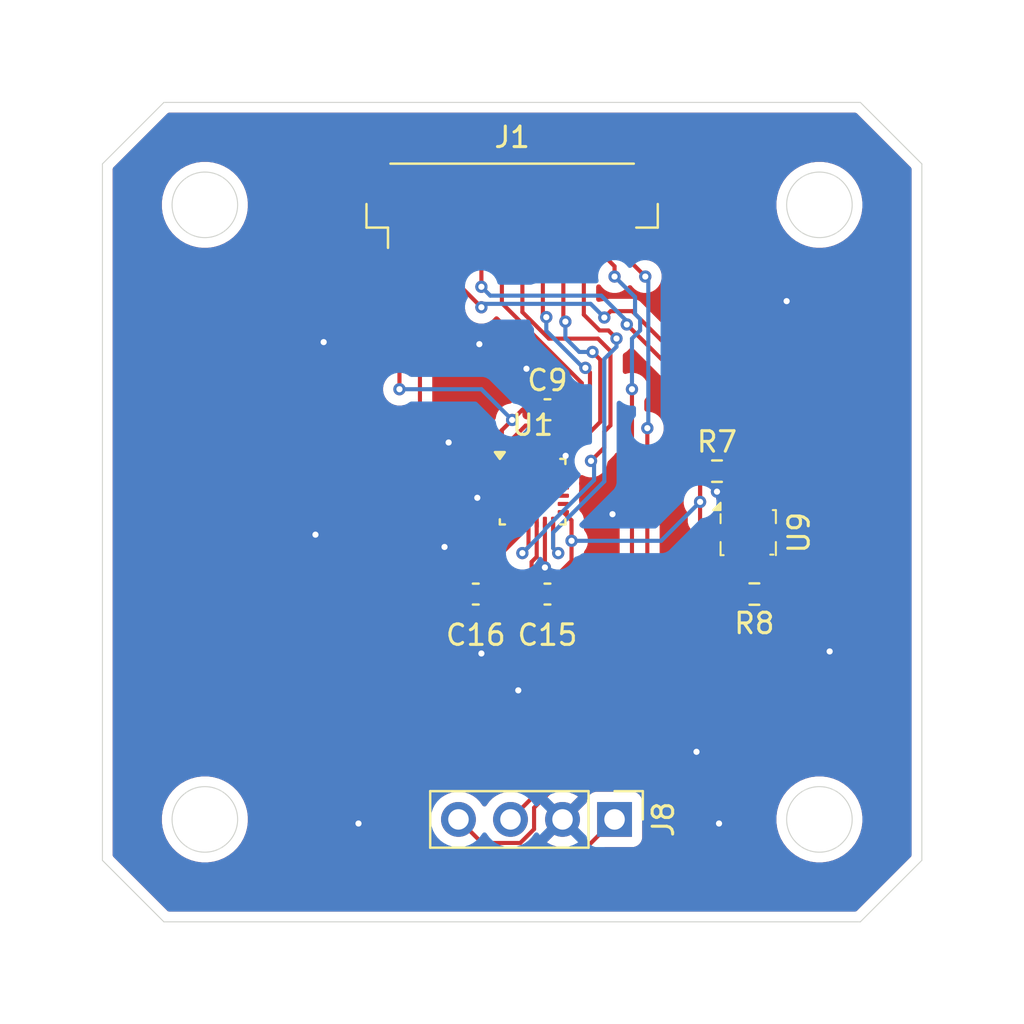
<source format=kicad_pcb>
(kicad_pcb (version 20241229) (generator "pcbnew") (generator_version "9.0")
  (layers (0 "F.Cu" signal) (2 "B.Cu" signal) (13 "F.Paste" user) (15 "B.Paste" user) (5 "F.SilkS" user "F.Silkscreen") (7 "B.SilkS" user "B.Silkscreen") (1 "F.Mask" user) (3 "B.Mask" user) (25 "Edge.Cuts" user))
  (net 0 "")
  (net 1 "+3.3V")
  (net 2 "GND")
  (net 3 "Net-(U1-REGOUT)")
  (net 4 "+5V")
  (net 5 "UART_TX")
  (net 6 "SDA")
  (net 7 "MISO")
  (net 8 "CS1")
  (net 9 "SCL")
  (net 10 "UART_RX")
  (net 11 "SCK")
  (net 12 "INT")
  (net 13 "MOSI")
  (net 14 "Net-(U9-CSB)")
  (net 15 "Net-(U9-SDO)")
  (footprint "Connector_PinHeader_2.54mm:PinHeader_1x04_P2.54mm_Vertical" (layer "F.Cu") (at 120 70 -90)
    (property "Reference" "J8" (at 0 -2.38 90) (layer "F.SilkS"))
    (property "Value" "Conn_01x04")
    (fp_line (start -1.38 9) (end 1.38 9) (stroke (width 0.12)) (layer "F.SilkS"))
    (fp_line (start -1.38 1.27) (end -1.38 9) (stroke (width 0.12)) (layer "F.SilkS"))
    (fp_line (start -1.38 1.27) (end 1.38 1.27) (stroke (width 0.12)) (layer "F.SilkS"))
    (fp_line (start 1.38 1.27) (end 1.38 9) (stroke (width 0.12)) (layer "F.SilkS"))
    (fp_line (start -1.38 0) (end -1.38 -1.38) (stroke (width 0.12)) (layer "F.SilkS"))
    (fp_line (start -1.38 -1.38) (end 0 -1.38) (stroke (width 0.12)) (layer "F.SilkS"))
    (pad "1" thru_hole rect (at 0 0 270) (size 1.7 1.7) (drill 1) (layers "*.Cu" "*.Mask") (net 4 "+5V"))
    (pad "2" thru_hole circle (at 0 2.54 270) (size 1.7 1.7) (drill 1) (layers "*.Cu" "*.Mask") (net 2 "GND"))
    (pad "3" thru_hole circle (at 0 5.08 270) (size 1.7 1.7) (drill 1) (layers "*.Cu" "*.Mask") (net 5 "UART_TX"))
    (pad "4" thru_hole circle (at 0 7.62 270) (size 1.7 1.7) (drill 1) (layers "*.Cu" "*.Mask") (net 10 "UART_RX"))
  )
  (footprint "Sensor_Motion:InvenSense_QFN-24_3x3mm_P0.4mm" (layer "F.Cu") (at 116 54)
    (property "Reference" "U1" (at 0 -3.25 0) (layer "F.SilkS"))
    (property "Value" "MPU-9250")
    (fp_line (start -1.6 1.6) (end -1.6 1.35) (stroke (width 0.12)) (layer "F.SilkS"))
    (fp_line (start -1.6 1.6) (end -1.35 1.6) (stroke (width 0.12)) (layer "F.SilkS"))
    (fp_line (start 1.6 -1.6) (end 1.35 -1.6) (stroke (width 0.12)) (layer "F.SilkS"))
    (fp_line (start 1.6 -1.6) (end 1.6 -1.35) (stroke (width 0.12)) (layer "F.SilkS"))
    (fp_line (start 1.6 1.6) (end 1.35 1.6) (stroke (width 0.12)) (layer "F.SilkS"))
    (fp_line (start 1.6 1.6) (end 1.6 1.35) (stroke (width 0.12)) (layer "F.SilkS"))
    (fp_poly (pts (xy -1.6 -1.6) (xy -1.84 -1.93) (xy -1.36 -1.93) (xy -1.6 -1.6)) (stroke (width 0.12)) (fill yes) (layer "F.SilkS"))
    (pad "1" smd roundrect (at -1.5 -1) (size 0.55 0.2) (layers "F.Cu" "F.Mask" "F.Paste") (net 1 "+3.3V"))
    (pad "2" smd roundrect (at -1.5 -0.6) (size 0.55 0.2) (layers "F.Cu" "F.Mask" "F.Paste"))
    (pad "3" smd roundrect (at -1.5 -0.2) (size 0.55 0.2) (layers "F.Cu" "F.Mask" "F.Paste"))
    (pad "4" smd roundrect (at -1.5 0.2) (size 0.55 0.2) (layers "F.Cu" "F.Mask" "F.Paste"))
    (pad "5" smd roundrect (at -1.5 0.6) (size 0.55 0.2) (layers "F.Cu" "F.Mask" "F.Paste"))
    (pad "6" smd roundrect (at -1.5 1) (size 0.55 0.2) (layers "F.Cu" "F.Mask" "F.Paste"))
    (pad "7" smd roundrect (at -1 1.5 90) (size 0.55 0.2) (layers "F.Cu" "F.Mask" "F.Paste"))
    (pad "8" smd roundrect (at -0.6 1.5 90) (size 0.55 0.2) (layers "F.Cu" "F.Mask" "F.Paste") (net 1 "+3.3V"))
    (pad "9" smd roundrect (at -0.2 1.5 90) (size 0.55 0.2) (layers "F.Cu" "F.Mask" "F.Paste") (net 7 "MISO"))
    (pad "10" smd roundrect (at 0.2 1.5 90) (size 0.55 0.2) (layers "F.Cu" "F.Mask" "F.Paste") (net 3 "Net-(U1-REGOUT)"))
    (pad "11" smd roundrect (at 0.6 1.5 90) (size 0.55 0.2) (layers "F.Cu" "F.Mask" "F.Paste") (net 2 "GND"))
    (pad "12" smd roundrect (at 1 1.5 90) (size 0.55 0.2) (layers "F.Cu" "F.Mask" "F.Paste") (net 12 "INT"))
    (pad "13" smd roundrect (at 1.5 1) (size 0.55 0.2) (layers "F.Cu" "F.Mask" "F.Paste") (net 1 "+3.3V"))
    (pad "14" smd roundrect (at 1.5 0.6) (size 0.55 0.2) (layers "F.Cu" "F.Mask" "F.Paste"))
    (pad "15" smd roundrect (at 1.5 0.2) (size 0.55 0.2) (layers "F.Cu" "F.Mask" "F.Paste"))
    (pad "16" smd roundrect (at 1.5 -0.2) (size 0.55 0.2) (layers "F.Cu" "F.Mask" "F.Paste"))
    (pad "17" smd roundrect (at 1.5 -0.6) (size 0.55 0.2) (layers "F.Cu" "F.Mask" "F.Paste"))
    (pad "18" smd roundrect (at 1.5 -1) (size 0.55 0.2) (layers "F.Cu" "F.Mask" "F.Paste") (net 2 "GND"))
    (pad "19" smd roundrect (at 1 -1.5 90) (size 0.55 0.2) (layers "F.Cu" "F.Mask" "F.Paste"))
    (pad "20" smd roundrect (at 0.6 -1.5 90) (size 0.55 0.2) (layers "F.Cu" "F.Mask" "F.Paste") (net 2 "GND"))
    (pad "21" smd roundrect (at 0.2 -1.5 90) (size 0.55 0.2) (layers "F.Cu" "F.Mask" "F.Paste"))
    (pad "22" smd roundrect (at -0.2 -1.5 90) (size 0.55 0.2) (layers "F.Cu" "F.Mask" "F.Paste") (net 8 "CS1"))
    (pad "23" smd roundrect (at -0.6 -1.5 90) (size 0.55 0.2) (layers "F.Cu" "F.Mask" "F.Paste") (net 11 "SCK"))
    (pad "24" smd roundrect (at -1 -1.5 90) (size 0.55 0.2) (layers "F.Cu" "F.Mask" "F.Paste") (net 13 "MOSI"))
    (zone (net 0) (net_name "") (layer "F.Cu") (connect_pads (clearance 0)) (min_thickness 0.254)
      (keepout (tracks not_allowed) (vias not_allowed) (pads not_allowed) (copperpour not_allowed) (footprints allowed))
      (fill (thermal_gap 0.508) (thermal_bridge_width 0.508))
      (polygon (pts (xy 115.125 53.205) (xy 116.875 53.205) (xy 116.875 54.795) (xy 115.125 54.795)))
    )
  )
  (footprint "Capacitor_SMD:C_0603_1608Metric" (layer "F.Cu") (at 116.725 59)
    (property "Reference" "C15" (at 0 2 0) (layer "F.SilkS"))
    (property "Value" "C")
    (fp_line (start -0.14058 -0.51) (end 0.14058 -0.51) (stroke (width 0.12)) (layer "F.SilkS"))
    (fp_line (start -0.14058 0.51) (end 0.14058 0.51) (stroke (width 0.12)) (layer "F.SilkS"))
    (pad "1" smd roundrect (at -0.775 0) (size 0.9 0.95) (layers "F.Cu" "F.Mask" "F.Paste") (net 3 "Net-(U1-REGOUT)"))
    (pad "2" smd roundrect (at 0.775 0) (size 0.9 0.95) (layers "F.Cu" "F.Mask" "F.Paste") (net 2 "GND"))
  )
  (footprint "Capacitor_SMD:C_0603_1608Metric" (layer "F.Cu") (at 116.725 50)
    (property "Reference" "C9" (at 0 -1.43 0) (layer "F.SilkS"))
    (property "Value" "C")
    (fp_line (start -0.14058 -0.51) (end 0.14058 -0.51) (stroke (width 0.12)) (layer "F.SilkS"))
    (fp_line (start -0.14058 0.51) (end 0.14058 0.51) (stroke (width 0.12)) (layer "F.SilkS"))
    (pad "1" smd roundrect (at -0.775 0) (size 0.9 0.95) (layers "F.Cu" "F.Mask" "F.Paste") (net 1 "+3.3V"))
    (pad "2" smd roundrect (at 0.775 0) (size 0.9 0.95) (layers "F.Cu" "F.Mask" "F.Paste") (net 2 "GND"))
  )
  (footprint "Capacitor_SMD:C_0603_1608Metric" (layer "F.Cu") (at 113.225 59)
    (property "Reference" "C16" (at 0 2 0) (layer "F.SilkS"))
    (property "Value" "C")
    (fp_line (start -0.14058 -0.51) (end 0.14058 -0.51) (stroke (width 0.12)) (layer "F.SilkS"))
    (fp_line (start -0.14058 0.51) (end 0.14058 0.51) (stroke (width 0.12)) (layer "F.SilkS"))
    (pad "1" smd roundrect (at -0.775 0) (size 0.9 0.95) (layers "F.Cu" "F.Mask" "F.Paste") (net 1 "+3.3V"))
    (pad "2" smd roundrect (at 0.775 0) (size 0.9 0.95) (layers "F.Cu" "F.Mask" "F.Paste") (net 2 "GND"))
  )
  (footprint "Package_LGA:Bosch_LGA-8_2x2.5mm_P0.65mm_ClockwisePinNumbering" (layer "F.Cu") (at 126.525 56)
    (property "Reference" "U9" (at 2.475 0 90) (layer "F.SilkS"))
    (property "Value" "BMP280")
    (fp_line (start -1.35 -0.46) (end -1.35 -0.9) (stroke (width 0.1)) (layer "F.SilkS"))
    (fp_line (start -1.35 1.1) (end -1.35 0.46) (stroke (width 0.1)) (layer "F.SilkS"))
    (fp_line (start -1.35 1.1) (end -1.2 1.1) (stroke (width 0.1)) (layer "F.SilkS"))
    (fp_line (start 1.075 1.075) (end 1.225 1.075) (stroke (width 0.1)) (layer "F.SilkS"))
    (fp_line (start 1.2 -1.1) (end 1.35 -1.1) (stroke (width 0.1)) (layer "F.SilkS"))
    (fp_line (start 1.35 -0.46) (end 1.35 -1.1) (stroke (width 0.1)) (layer "F.SilkS"))
    (fp_line (start 1.35 1.1) (end 1.35 0.46) (stroke (width 0.1)) (layer "F.SilkS"))
    (fp_poly (pts (xy -1.35 -1.1) (xy -1.71 -1.1) (xy -1.35 -1.46) (xy -1.35 -1.1)) (stroke (width 0.1)) (fill yes) (layer "F.SilkS"))
    (pad "1" smd rect (at -0.975 -0.8 90) (size 0.5 0.35) (layers "F.Cu" "F.Mask" "F.Paste") (net 2 "GND"))
    (pad "2" smd rect (at -0.325 -0.8 90) (size 0.5 0.35) (layers "F.Cu" "F.Mask" "F.Paste") (net 14 "Net-(U9-CSB)"))
    (pad "3" smd rect (at 0.325 -0.8 90) (size 0.5 0.35) (layers "F.Cu" "F.Mask" "F.Paste") (net 6 "SDA"))
    (pad "4" smd rect (at 0.975 -0.8 90) (size 0.5 0.35) (layers "F.Cu" "F.Mask" "F.Paste") (net 9 "SCL"))
    (pad "5" smd rect (at 0.975 0.8 90) (size 0.5 0.35) (layers "F.Cu" "F.Mask" "F.Paste") (net 15 "Net-(U9-SDO)"))
    (pad "6" smd rect (at 0.325 0.8 90) (size 0.5 0.35) (layers "F.Cu" "F.Mask" "F.Paste") (net 1 "+3.3V"))
    (pad "7" smd rect (at -0.325 0.8 90) (size 0.5 0.35) (layers "F.Cu" "F.Mask" "F.Paste") (net 2 "GND"))
    (pad "8" smd rect (at -0.975 0.8 90) (size 0.5 0.35) (layers "F.Cu" "F.Mask" "F.Paste") (net 1 "+3.3V"))
  )
  (footprint "Resistor_SMD:R_0603_1608Metric" (layer "F.Cu") (at 125 53)
    (property "Reference" "R7" (at 0 -1.43 0) (layer "F.SilkS"))
    (property "Value" "10K")
    (fp_line (start -0.237258 -0.5225) (end 0.237258 -0.5225) (stroke (width 0.12)) (layer "F.SilkS"))
    (fp_line (start -0.237258 0.5225) (end 0.237258 0.5225) (stroke (width 0.12)) (layer "F.SilkS"))
    (pad "1" smd roundrect (at -0.825 0) (size 0.8 0.95) (layers "F.Cu" "F.Mask" "F.Paste") (net 1 "+3.3V"))
    (pad "2" smd roundrect (at 0.825 0) (size 0.8 0.95) (layers "F.Cu" "F.Mask" "F.Paste") (net 14 "Net-(U9-CSB)"))
  )
  (footprint "Resistor_SMD:R_0603_1608Metric" (layer "F.Cu") (at 126.825 59 180)
    (property "Reference" "R8" (at 0 -1.43 0) (layer "F.SilkS"))
    (property "Value" "10K")
    (fp_line (start -0.237258 0.5225) (end 0.237258 0.5225) (stroke (width 0.12)) (layer "F.SilkS"))
    (fp_line (start -0.237258 -0.5225) (end 0.237258 -0.5225) (stroke (width 0.12)) (layer "F.SilkS"))
    (pad "1" smd roundrect (at -0.825 0 180) (size 0.8 0.95) (layers "F.Cu" "F.Mask" "F.Paste") (net 15 "Net-(U9-SDO)"))
    (pad "2" smd roundrect (at 0.825 0 180) (size 0.8 0.95) (layers "F.Cu" "F.Mask" "F.Paste") (net 2 "GND"))
  )
  (footprint "Connector_JST:JST_SH_BM12B-SRSS-TB_1x12-1MP_P1.00mm_Vertical" (layer "F.Cu") (at 115 40)
    (property "Reference" "J1" (at 0 -3.3 0) (layer "F.SilkS"))
    (property "Value" "Conn_01x12")
    (fp_line (start -7.11 -0.04) (end -7.11 1.11) (stroke (width 0.12)) (layer "F.SilkS"))
    (fp_line (start -7.11 1.11) (end -6.06 1.11) (stroke (width 0.12)) (layer "F.SilkS"))
    (fp_line (start -6.06 1.11) (end -6.06 2.1) (stroke (width 0.12)) (layer "F.SilkS"))
    (fp_line (start -5.94 -2.01) (end 5.94 -2.01) (stroke (width 0.12)) (layer "F.SilkS"))
    (fp_line (start 7.11 -0.04) (end 7.11 1.11) (stroke (width 0.12)) (layer "F.SilkS"))
    (fp_line (start 7.11 1.11) (end 6.06 1.11) (stroke (width 0.12)) (layer "F.SilkS"))
    (pad "1" smd roundrect (at -5.5 1.325) (size 0.6 1.55) (layers "F.Cu" "F.Mask" "F.Paste") (net 1 "+3.3V"))
    (pad "2" smd roundrect (at -4.5 1.325) (size 0.6 1.55) (layers "F.Cu" "F.Mask" "F.Paste") (net 4 "+5V"))
    (pad "3" smd roundrect (at -3.5 1.325) (size 0.6 1.55) (layers "F.Cu" "F.Mask" "F.Paste") (net 2 "GND"))
    (pad "4" smd roundrect (at -2.5 1.325) (size 0.6 1.55) (layers "F.Cu" "F.Mask" "F.Paste") (net 9 "SCL"))
    (pad "5" smd roundrect (at -1.5 1.325) (size 0.6 1.55) (layers "F.Cu" "F.Mask" "F.Paste") (net 6 "SDA"))
    (pad "6" smd roundrect (at -0.5 1.325) (size 0.6 1.55) (layers "F.Cu" "F.Mask" "F.Paste") (net 13 "MOSI"))
    (pad "7" smd roundrect (at 0.5 1.325) (size 0.6 1.55) (layers "F.Cu" "F.Mask" "F.Paste") (net 7 "MISO"))
    (pad "8" smd roundrect (at 1.5 1.325) (size 0.6 1.55) (layers "F.Cu" "F.Mask" "F.Paste") (net 11 "SCK"))
    (pad "9" smd roundrect (at 2.5 1.325) (size 0.6 1.55) (layers "F.Cu" "F.Mask" "F.Paste") (net 8 "CS1"))
    (pad "10" smd roundrect (at 3.5 1.325) (size 0.6 1.55) (layers "F.Cu" "F.Mask" "F.Paste") (net 12 "INT"))
    (pad "11" smd roundrect (at 4.5 1.325) (size 0.6 1.55) (layers "F.Cu" "F.Mask" "F.Paste") (net 5 "UART_TX"))
    (pad "12" smd roundrect (at 5.5 1.325) (size 0.6 1.55) (layers "F.Cu" "F.Mask" "F.Paste") (net 10 "UART_RX"))
    (pad "MP" smd roundrect (at -6.8 -1.2) (size 1.2 1.8) (layers "F.Cu" "F.Mask" "F.Paste") (roundrect_rratio 0.208333))
    (pad "MP" smd roundrect (at 6.8 -1.2) (size 1.2 1.8) (layers "F.Cu" "F.Mask" "F.Paste") (roundrect_rratio 0.208333))
  )
  (gr_line (start 98 75) (end 95 72) (stroke (width 0.05)) (layer "Edge.Cuts"))
  (gr_line (start 135 72) (end 132 75) (stroke (width 0.05)) (layer "Edge.Cuts"))
  (gr_line (start 132 35) (end 98 35) (stroke (width 0.05)) (layer "Edge.Cuts"))
  (gr_line (start 98 35) (end 95 38) (stroke (width 0.05)) (layer "Edge.Cuts"))
  (gr_circle (center 130 70) (end 131.6 70) (stroke (width 0.05)) (fill no) (layer "Edge.Cuts"))
  (gr_line (start 132 75) (end 98 75) (stroke (width 0.05)) (layer "Edge.Cuts"))
  (gr_line (start 135 38) (end 132 35) (stroke (width 0.05)) (layer "Edge.Cuts"))
  (gr_circle (center 130 40) (end 131.6 40) (stroke (width 0.05)) (fill no) (layer "Edge.Cuts"))
  (gr_line (start 95 38) (end 95 72) (stroke (width 0.05)) (layer "Edge.Cuts"))
  (gr_circle (center 100 70) (end 101.6 70) (stroke (width 0.05)) (fill no) (layer "Edge.Cuts"))
  (gr_circle (center 100 40) (end 101.6 40) (stroke (width 0.05)) (fill no) (layer "Edge.Cuts"))
  (gr_line (start 135 38) (end 135 72) (stroke (width 0.05)) (layer "Edge.Cuts"))
  (segment (start 115 59.27511) (end 115 58.419239) (width 0.2) (layer "F.Cu") (net 1))
  (segment (start 112.5 55.5) (end 112.5 53) (width 0.2) (layer "F.Cu") (net 1))
  (segment (start 124.175 53) (end 124.175 54.5) (width 0.2) (layer "F.Cu") (net 1))
  (segment (start 112.5 53) (end 114.5 51) (width 0.2) (layer "F.Cu") (net 1))
  (segment (start 114.5 51) (end 115 50.5) (width 0.2) (layer "F.Cu") (net 1))
  (segment (start 117.9 55.4) (end 117.9 56.4) (width 0.2) (layer "F.Cu") (net 1))
  (segment (start 114.25 57.669239) (end 114.25 57.25) (width 0.2) (layer "F.Cu") (net 1))
  (segment (start 114.5 53) (end 114.5 51) (width 0.2) (layer "F.Cu") (net 1))
  (segment (start 116.39911 59.776) (end 115.50089 59.776) (width 0.2) (layer "F.Cu") (net 1))
  (segment (start 117.9 57.37489) (end 116.701 58.57389) (width 0.2) (layer "F.Cu") (net 1))
  (segment (start 116.701 59.47411) (end 116.39911 59.776) (width 0.2) (layer "F.Cu") (net 1))
  (segment (start 126.85 56.35) (end 126.6 56.1) (width 0.2) (layer "F.Cu") (net 1))
  (segment (start 115.4 55.5) (end 115.4 56.1) (width 0.2) (layer "F.Cu") (net 1))
  (segment (start 125.55 56.35) (end 125.55 56.8) (width 0.2) (layer "F.Cu") (net 1))
  (segment (start 115 50.5) (end 115.5 50) (width 0.2) (layer "F.Cu") (net 1))
  (segment (start 125.8 56.1) (end 125.55 56.35) (width 0.2) (layer "F.Cu") (net 1))
  (segment (start 115.5 50) (end 115.95 50) (width 0.2) (layer "F.Cu") (net 1))
  (segment (start 114.25 57.25) (end 112.5 59) (width 0.2) (layer "F.Cu") (net 1))
  (segment (start 124.175 53) (end 124.175 55.425) (width 0.2) (layer "F.Cu") (net 1))
  (segment (start 115.4 56.1) (end 114.25 57.25) (width 0.2) (layer "F.Cu") (net 1))
  (segment (start 124.175 55.425) (end 125.55 56.8) (width 0.2) (layer "F.Cu") (net 1))
  (segment (start 114.25 57.25) (end 112.5 55.5) (width 0.2) (layer "F.Cu") (net 1))
  (segment (start 126.6 56.1) (end 125.8 56.1) (width 0.2) (layer "F.Cu") (net 1))
  (segment (start 109.5 41.325) (end 109.5 49) (width 0.2) (layer "F.Cu") (net 1))
  (segment (start 116.701 58.57389) (end 116.701 59.47411) (width 0.2) (layer "F.Cu") (net 1))
  (segment (start 117.5 55) (end 117.9 55.4) (width 0.2) (layer "F.Cu") (net 1))
  (segment (start 126.85 56.8) (end 126.85 56.35) (width 0.2) (layer "F.Cu") (net 1))
  (segment (start 115.50089 59.776) (end 115 59.27511) (width 0.2) (layer "F.Cu") (net 1))
  (segment (start 112.5 59) (end 112.45 59) (width 0.2) (layer "F.Cu") (net 1))
  (segment (start 117.9 56.4) (end 117.9 57.37489) (width 0.2) (layer "F.Cu") (net 1))
  (segment (start 115 58.419239) (end 114.25 57.669239) (width 0.2) (layer "F.Cu") (net 1))
  (via (at 124.175 54.5) (size 0.6) (drill 0.3) (layers "F.Cu" "B.Cu") (net 1))
  (via (at 109.5 49) (size 0.6) (drill 0.3) (layers "F.Cu" "B.Cu") (net 1))
  (via (at 115 50.5) (size 0.6) (drill 0.3) (layers "F.Cu" "B.Cu") (net 1))
  (via (at 117.9 56.4) (size 0.6) (drill 0.3) (layers "F.Cu" "B.Cu") (net 1))
  (segment (start 113.5 49) (end 115 50.5) (width 0.2) (layer "B.Cu") (net 1))
  (segment (start 117.9 56.4) (end 122.275 56.4) (width 0.2) (layer "B.Cu") (net 1))
  (segment (start 122.275 56.4) (end 124.175 54.5) (width 0.2) (layer "B.Cu") (net 1))
  (segment (start 109.5 49) (end 113.5 49) (width 0.2) (layer "B.Cu") (net 1))
  (segment (start 116.6 55.5) (end 116.6 57.9) (width 0.2) (layer "F.Cu") (net 2))
  (segment (start 117.612542 52.887458) (end 117.612542 52.25) (width 0.2) (layer "F.Cu") (net 2))
  (segment (start 126.2 56.8) (end 126.2 58.8) (width 0.2) (layer "F.Cu") (net 2))
  (segment (start 116.667855 52.042846) (end 117.553084 52.042846) (width 0.2) (layer "F.Cu") (net 2))
  (segment (start 126.2 58.8) (end 126 59) (width 0.2) (layer "F.Cu") (net 2))
  (segment (start 116.6 57.9) (end 116.6 57.7) (width 0.2) (layer "F.Cu") (net 2))
  (segment (start 116.6 52.5) (end 116.6 52.110701) (width 0.2) (layer "F.Cu") (net 2))
  (segment (start 125.55 54.55) (end 125 54) (width 0.2) (layer "F.Cu") (net 2))
  (segment (start 117.612542 52.102304) (end 117.612542 52.25) (width 0.2) (layer "F.Cu") (net 2))
  (segment (start 125.55 55.2) (end 125.55 54.55) (width 0.2) (layer "F.Cu") (net 2))
  (segment (start 117.553084 52.042846) (end 117.612542 52.102304) (width 0.2) (layer "F.Cu") (net 2))
  (segment (start 116.6 52.110701) (end 116.667855 52.042846) (width 0.2) (layer "F.Cu") (net 2))
  (segment (start 117.5 53) (end 117.612542 52.887458) (width 0.2) (layer "F.Cu") (net 2))
  (via (at 124 66.7) (size 0.6) (drill 0.3) (layers "F.Cu" "B.Cu") (net 2))
  (via (at 128.4 44.7) (size 0.6) (drill 0.3) (layers "F.Cu" "B.Cu") (net 2))
  (via (at 119.9 55.1) (size 0.6) (drill 0.3) (layers "F.Cu" "B.Cu") (net 2))
  (via (at 111.7 56.7) (size 0.6) (drill 0.3) (layers "F.Cu" "B.Cu") (net 2))
  (via (at 113.5 61.9) (size 0.6) (drill 0.3) (layers "F.Cu" "B.Cu") (net 2))
  (via (at 117.612542 52.25) (size 0.6) (drill 0.3) (layers "F.Cu" "B.Cu") (net 2))
  (via (at 115.7 48) (size 0.6) (drill 0.3) (layers "F.Cu" "B.Cu") (net 2))
  (via (at 125 54) (size 0.6) (drill 0.3) (layers "F.Cu" "B.Cu") (net 2))
  (via (at 105.8 46.7) (size 0.6) (drill 0.3) (layers "F.Cu" "B.Cu") (net 2))
  (via (at 113.4 46.8) (size 0.6) (drill 0.3) (layers "F.Cu" "B.Cu") (net 2))
  (via (at 116.6 57.7) (size 0.6) (drill 0.3) (layers "F.Cu" "B.Cu") (net 2))
  (via (at 125.1 70.2) (size 0.6) (drill 0.3) (layers "F.Cu" "B.Cu") (net 2))
  (via (at 105.4 56.1) (size 0.6) (drill 0.3) (layers "F.Cu" "B.Cu") (net 2))
  (via (at 115.3 63.7) (size 0.6) (drill 0.3) (layers "F.Cu" "B.Cu") (net 2))
  (via (at 107.5 70.2) (size 0.6) (drill 0.3) (layers "F.Cu" "B.Cu") (net 2))
  (via (at 130.5 61.8) (size 0.6) (drill 0.3) (layers "F.Cu" "B.Cu") (net 2))
  (via (at 111.9 51.6) (size 0.6) (drill 0.3) (layers "F.Cu" "B.Cu") (net 2))
  (via (at 113.3 54.3) (size 0.6) (drill 0.3) (layers "F.Cu" "B.Cu") (net 2))
  (segment (start 115.95 57.430761) (end 115.95 59) (width 0.2) (layer "F.Cu") (net 3))
  (segment (start 116.2 55.5) (end 116.2 57.180761) (width 0.2) (layer "F.Cu") (net 3))
  (segment (start 116.2 57.180761) (end 115.95 57.430761) (width 0.2) (layer "F.Cu") (net 3))
  (segment (start 112 72.5) (end 117.5 72.5) (width 0.2) (layer "F.Cu") (net 4))
  (segment (start 110.8 60.2) (end 110.8 71.3) (width 0.2) (layer "F.Cu") (net 4))
  (segment (start 110.5 41.325) (end 110.5 60) (width 0.2) (layer "F.Cu") (net 4))
  (segment (start 110.5 60) (end 110.75 60.25) (width 0.2) (layer "F.Cu") (net 4))
  (segment (start 117.5 72.5) (end 120 70) (width 0.2) (layer "F.Cu") (net 4))
  (segment (start 110.75 60.25) (end 110.8 60.2) (width 0.2) (layer "F.Cu") (net 4))
  (segment (start 110.8 71.3) (end 112 72.5) (width 0.2) (layer "F.Cu") (net 4))
  (segment (start 120.85 64.07) (end 120.85 49) (width 0.2) (layer "F.Cu") (net 5))
  (segment (start 120 43.5) (end 120 43) (width 0.2) (layer "F.Cu") (net 5))
  (segment (start 120 43) (end 119.5 42.5) (width 0.2) (layer "F.Cu") (net 5))
  (segment (start 119.5 42.5) (end 119.5 41.325) (width 0.2) (layer "F.Cu") (net 5))
  (segment (start 114.92 70) (end 120.85 64.07) (width 0.2) (layer "F.Cu") (net 5))
  (via (at 120.85 49) (size 0.6) (drill 0.3) (layers "F.Cu" "B.Cu") (net 5))
  (via (at 120 43.5) (size 0.6) (drill 0.3) (layers "F.Cu" "B.Cu") (net 5))
  (segment (start 120.85 46.528849) (end 120.85 49) (width 0.2) (layer "B.Cu") (net 5))
  (segment (start 121 44.5) (end 121 45.322304) (width 0.2) (layer "B.Cu") (net 5))
  (segment (start 121 45.322304) (end 121.247316 45.56962) (width 0.2) (layer "B.Cu") (net 5))
  (segment (start 121.247316 45.56962) (end 121.247316 46.131533) (width 0.2) (layer "B.Cu") (net 5))
  (segment (start 121.247316 46.131533) (end 120.85 46.528849) (width 0.2) (layer "B.Cu") (net 5))
  (segment (start 120 43.5) (end 121 44.5) (width 0.2) (layer "B.Cu") (net 5))
  (segment (start 113.5 44) (end 113.5 41.325) (width 0.2) (layer "F.Cu") (net 6))
  (segment (start 126.85 52.091543) (end 120.597316 45.838859) (width 0.2) (layer "F.Cu") (net 6))
  (segment (start 126.85 55.2) (end 126.85 52.091543) (width 0.2) (layer "F.Cu") (net 6))
  (via (at 120.597316 45.838859) (size 0.6) (drill 0.3) (layers "F.Cu" "B.Cu") (net 6))
  (via (at 113.5 44) (size 0.6) (drill 0.3) (layers "F.Cu" "B.Cu") (net 6))
  (segment (start 113.932537 44.432537) (end 119.351776 44.432537) (width 0.2) (layer "B.Cu") (net 6))
  (segment (start 120.597316 45.678077) (end 120.597316 45.838859) (width 0.2) (layer "B.Cu") (net 6))
  (segment (start 113.5 44) (end 113.932537 44.432537) (width 0.2) (layer "B.Cu") (net 6))
  (segment (start 119.351776 44.432537) (end 120.597316 45.678077) (width 0.2) (layer "B.Cu") (net 6))
  (segment (start 116.796988 46.531302) (end 119.192515 46.531302) (width 0.2) (layer "F.Cu") (net 7))
  (segment (start 115.5 41.325) (end 115.5 45.234314) (width 0.2) (layer "F.Cu") (net 7))
  (segment (start 119.5 51.85) (end 118.85 52.5) (width 0.2) (layer "F.Cu") (net 7))
  (segment (start 119.8 50.765685) (end 119.5 51.065685) (width 0.2) (layer "F.Cu") (net 7))
  (segment (start 115.8 56.7) (end 115.8 55.5) (width 0.2) (layer "F.Cu") (net 7))
  (segment (start 115.5 57) (end 115.8 56.7) (width 0.2) (layer "F.Cu") (net 7))
  (segment (start 119.192515 46.531302) (end 119.8 47.138787) (width 0.2) (layer "F.Cu") (net 7))
  (segment (start 119.8 47.138787) (end 119.8 50.765685) (width 0.2) (layer "F.Cu") (net 7))
  (segment (start 115.5 45.234314) (end 116.796988 46.531302) (width 0.2) (layer "F.Cu") (net 7))
  (segment (start 119.5 51.065685) (end 119.5 51.85) (width 0.2) (layer "F.Cu") (net 7))
  (via (at 115.5 57) (size 0.6) (drill 0.3) (layers "F.Cu" "B.Cu") (net 7))
  (via (at 118.85 52.5) (size 0.6) (drill 0.3) (layers "F.Cu" "B.Cu") (net 7))
  (segment (start 119 53.434314) (end 119 52.65) (width 0.2) (layer "B.Cu") (net 7))
  (segment (start 116.6 55.9) (end 116.6 55.834315) (width 0.2) (layer "B.Cu") (net 7))
  (segment (start 116.6 55.834315) (end 119 53.434314) (width 0.2) (layer "B.Cu") (net 7))
  (segment (start 115.5 57) (end 116.6 55.9) (width 0.2) (layer "B.Cu") (net 7))
  (segment (start 119 52.65) (end 118.85 52.5) (width 0.2) (layer "B.Cu") (net 7))
  (segment (start 117.6 45.7) (end 117.5 45.6) (width 0.2) (layer "F.Cu") (net 8))
  (segment (start 118.3 51.6) (end 119.3 50.6) (width 0.2) (layer "F.Cu") (net 8))
  (segment (start 117.5 45.6) (end 117.5 41.325) (width 0.2) (layer "F.Cu") (net 8))
  (segment (start 115.8 52) (end 116.2 51.6) (width 0.2) (layer "F.Cu") (net 8))
  (segment (start 116.2 51.6) (end 118.3 51.6) (width 0.2) (layer "F.Cu") (net 8))
  (segment (start 119.3 47.558026) (end 118.923276 47.181302) (width 0.2) (layer "F.Cu") (net 8))
  (segment (start 115.8 52.5) (end 115.8 52) (width 0.2) (layer "F.Cu") (net 8))
  (segment (start 119.3 50.6) (end 119.3 47.558026) (width 0.2) (layer "F.Cu") (net 8))
  (via (at 117.6 45.7) (size 0.6) (drill 0.3) (layers "F.Cu" "B.Cu") (net 8))
  (via (at 118.923276 47.181302) (size 0.6) (drill 0.3) (layers "F.Cu" "B.Cu") (net 8))
  (segment (start 117.6 45.7) (end 117.6 46.5) (width 0.2) (layer "B.Cu") (net 8))
  (segment (start 117.6 46.5) (end 118.281302 47.181302) (width 0.2) (layer "B.Cu") (net 8))
  (segment (start 118.281302 47.181302) (end 118.923276 47.181302) (width 0.2) (layer "B.Cu") (net 8))
  (segment (start 112.5 41.325) (end 112.5 44) (width 0.2) (layer "F.Cu") (net 9))
  (segment (start 112.5 44) (end 113.5 45) (width 0.2) (layer "F.Cu") (net 9))
  (segment (start 120.866555 45.188859) (end 127.5 51.822304) (width 0.2) (layer "F.Cu") (net 9))
  (segment (start 119.811141 45.188859) (end 120.866555 45.188859) (width 0.2) (layer "F.Cu") (net 9))
  (segment (start 119.5 45.5) (end 119.811141 45.188859) (width 0.2) (layer "F.Cu") (net 9))
  (segment (start 127.5 51.822304) (end 127.5 55.2) (width 0.2) (layer "F.Cu") (net 9))
  (via (at 113.5 45) (size 0.6) (drill 0.3) (layers "F.Cu" "B.Cu") (net 9))
  (via (at 119.5 45.5) (size 0.6) (drill 0.3) (layers "F.Cu" "B.Cu") (net 9))
  (segment (start 118.832537 44.832537) (end 119.5 45.5) (width 0.2) (layer "B.Cu") (net 9))
  (segment (start 113.667463 44.832537) (end 118.832537 44.832537) (width 0.2) (layer "B.Cu") (net 9))
  (segment (start 113.5 45) (end 113.667463 44.832537) (width 0.2) (layer "B.Cu") (net 9))
  (segment (start 116.071 69.429) (end 121.6 63.9) (width 0.2) (layer "F.Cu") (net 10))
  (segment (start 112.38 70) (end 113.531 71.151) (width 0.2) (layer "F.Cu") (net 10))
  (segment (start 116.071 70.47676) (end 116.071 69.429) (width 0.2) (layer "F.Cu") (net 10))
  (segment (start 120.5 42.5) (end 121.5 43.5) (width 0.2) (layer "F.Cu") (net 10))
  (segment (start 115.39676 71.151) (end 116.071 70.47676) (width 0.2) (layer "F.Cu") (net 10))
  (segment (start 121.6 63.9) (end 121.6 50.9) (width 0.2) (layer "F.Cu") (net 10))
  (segment (start 113.531 71.151) (end 115.39676 71.151) (width 0.2) (layer "F.Cu") (net 10))
  (segment (start 120.5 41.325) (end 120.5 42.5) (width 0.2) (layer "F.Cu") (net 10))
  (via (at 121.6 50.9) (size 0.6) (drill 0.3) (layers "F.Cu" "B.Cu") (net 10))
  (via (at 121.5 43.5) (size 0.6) (drill 0.3) (layers "F.Cu" "B.Cu") (net 10))
  (segment (start 121.647316 43.647316) (end 121.647316 50.852684) (width 0.2) (layer "B.Cu") (net 10))
  (segment (start 121.5 43.5) (end 121.647316 43.647316) (width 0.2) (layer "B.Cu") (net 10))
  (segment (start 121.647316 50.852684) (end 121.6 50.9) (width 0.2) (layer "B.Cu") (net 10))
  (segment (start 118.134314 51.2) (end 118.8 50.534313) (width 0.2) (layer "F.Cu") (net 11))
  (segment (start 115.8 51.2) (end 118.134314 51.2) (width 0.2) (layer "F.Cu") (net 11))
  (segment (start 118.8 50.534313) (end 118.8 48.18076) (width 0.2) (layer "F.Cu") (net 11))
  (segment (start 116.5 41.325) (end 116.5 45.315074) (width 0.2) (layer "F.Cu") (net 11))
  (segment (start 115.4 52.5) (end 115.4 51.6) (width 0.2) (layer "F.Cu") (net 11))
  (segment (start 116.5 45.315074) (end 116.667463 45.482537) (width 0.2) (layer "F.Cu") (net 11))
  (segment (start 118.8 48.18076) (end 118.576663 47.957423) (width 0.2) (layer "F.Cu") (net 11))
  (segment (start 115.4 51.6) (end 115.8 51.2) (width 0.2) (layer "F.Cu") (net 11))
  (via (at 116.667463 45.482537) (size 0.6) (drill 0.3) (layers "F.Cu" "B.Cu") (net 11))
  (via (at 118.576663 47.957423) (size 0.6) (drill 0.3) (layers "F.Cu" "B.Cu") (net 11))
  (segment (start 118.476663 47.957423) (end 116.667463 46.148223) (width 0.2) (layer "B.Cu") (net 11))
  (segment (start 118.576663 47.957423) (end 118.476663 47.957423) (width 0.2) (layer "B.Cu") (net 11))
  (segment (start 116.667463 46.148223) (end 116.667463 45.482537) (width 0.2) (layer "B.Cu") (net 11))
  (segment (start 118.5 45.360831) (end 119.270471 46.131302) (width 0.2) (layer "F.Cu") (net 12))
  (segment (start 118.5 41.325) (end 118.5 45.360831) (width 0.2) (layer "F.Cu") (net 12))
  (segment (start 119.701825 46.131302) (end 120.095304 46.524781) (width 0.2) (layer "F.Cu") (net 12))
  (segment (start 119.270471 46.131302) (end 119.701825 46.131302) (width 0.2) (layer "F.Cu") (net 12))
  (segment (start 117 56.75) (end 117.25 57) (width 0.2) (layer "F.Cu") (net 12))
  (segment (start 117 55.5) (end 117 56.75) (width 0.2) (layer "F.Cu") (net 12))
  (via (at 117.25 57) (size 0.6) (drill 0.3) (layers "F.Cu" "B.Cu") (net 12))
  (via (at 120.095304 46.524781) (size 0.6) (drill 0.3) (layers "F.Cu" "B.Cu") (net 12))
  (segment (start 117 56) (end 119.5 53.5) (width 0.2) (layer "B.Cu") (net 12))
  (segment (start 119.5 53.5) (end 119.5 47.523817) (width 0.2) (layer "B.Cu") (net 12))
  (segment (start 119.5 47.523817) (end 120.095304 46.928513) (width 0.2) (layer "B.Cu") (net 12))
  (segment (start 117.25 57) (end 117 56.75) (width 0.2) (layer "B.Cu") (net 12))
  (segment (start 120.095304 46.928513) (end 120.095304 46.524781) (width 0.2) (layer "B.Cu") (net 12))
  (segment (start 117 56.75) (end 117 56) (width 0.2) (layer "B.Cu") (net 12))
  (segment (start 114.5 44.8) (end 114.5 41.325) (width 0.2) (layer "F.Cu") (net 13))
  (segment (start 115 52.5) (end 115 51.434314) (width 0.2) (layer "F.Cu") (net 13))
  (segment (start 117.992628 50.776) (end 118.4 50.368628) (width 0.2) (layer "F.Cu") (net 13))
  (segment (start 118.4 50.368628) (end 118.4 48.7) (width 0.2) (layer "F.Cu") (net 13))
  (segment (start 115.658315 50.776) (end 117.992628 50.776) (width 0.2) (layer "F.Cu") (net 13))
  (segment (start 115 51.434314) (end 115.658315 50.776) (width 0.2) (layer "F.Cu") (net 13))
  (segment (start 118.4 48.7) (end 114.5 44.8) (width 0.2) (layer "F.Cu") (net 13))
  (segment (start 125.825 53) (end 126.2 53.375) (width 0.2) (layer "F.Cu") (net 14))
  (segment (start 126.2 53.375) (end 126.2 55.2) (width 0.2) (layer "F.Cu") (net 14))
  (segment (start 127.65 56.95) (end 127.5 56.8) (width 0.2) (layer "F.Cu") (net 15))
  (segment (start 127.65 59) (end 127.65 56.95) (width 0.2) (layer "F.Cu") (net 15))
  (zone (net 2) (net_name "GND") (layers "F.Cu" "B.Cu") (connect_pads (clearance 0.5)) (min_thickness 0.25) (fill yes (thermal_gap 0.5) (thermal_bridge_width 0.5))
    (polygon (pts (xy 90 30) (xy 140 30) (xy 140 80) (xy 90 80)))
  )
)
</source>
